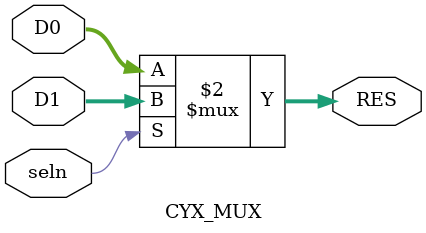
<source format=v>
`timescale 1ns / 1ps


module CYX_MUX
	#(parameter WIDTH = 32)
	(
	input wire seln,
	input wire[WIDTH:0] D0,
	input wire[WIDTH:0] D1,
	output wire[WIDTH:0] RES
	);
	
	assign RES = (seln == 0) ? D0 : D1;
	
endmodule


</source>
